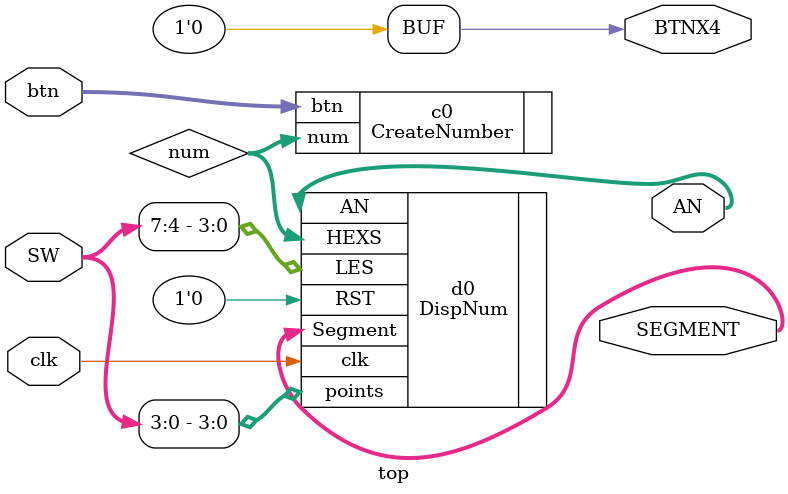
<source format=v>
`timescale 1ns / 1ps
module top(
	input wire clk, 
	input wire [7:0] SW,
	input wire [3:0] btn,
	output wire [3:0] AN,
	output wire [7:0] SEGMENT,
	output wire BTNX4
);

	wire [15:0] num;
	CreateNumber c0(
		.btn (btn),
		.num (num)
	);
	DispNum d0(
		.clk (clk), 
		.HEXS (num), 
		.LES (SW[7:4]), 
		.points (SW[3:0]), 
		.RST (1'b0), 
		.AN (AN), 
		.Segment (SEGMENT)
	);
	
	assign BTNX4 = 1'b0; //Enable button inputs

endmodule

</source>
